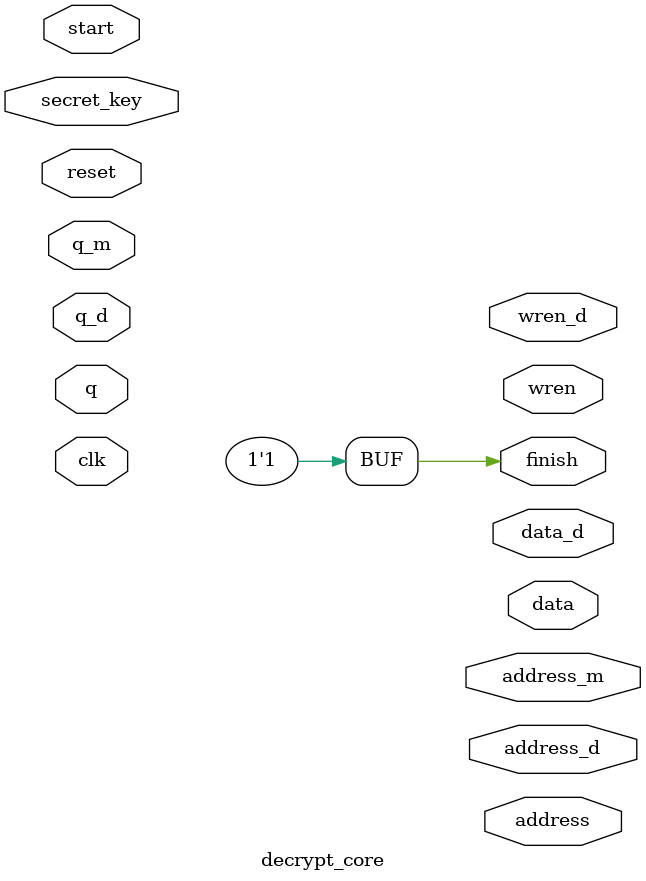
<source format=sv>
module decrypt_core(
    input clk,
    input start, reset,
    input [23:0] secret_key,
    
    output logic finish,

    //working memory RAM
    input [7:0] q,
    output logic wren,
    output logic [7:0] data, address,

    //decrypted message RAM
    input [7:0] q_d,
    output logic wren_d,
    output logic [7:0] data_d,
    output logic [4:0] address_d,

    //encrypted message ROM
    input [7:0] q_m,
    output logic [4:0] address_m
);

    //FSM and algorithim parameters
    logic start_initialize, start_decode;
    logic finish_initialize, finish_decode;
    logic [3:0] state;
    logic [1:0] FSM_select;

    logic wren_initialize, wren_decode;
    logic [7:0] address_initialize, data_initialize, address_decode, data_decode;

    parameter idle                      = 4'b0000;
    parameter start_initialize_memory   = 4'b0001;
    parameter wait_initialize_memory    = 4'b0010;
    parameter start_decode_algorithm    = 4'b0011;
    parameter wait_decode_algorithm     = 4'b0100;

    //initialize memory FSM
    initialize_memory initialize_memory(
        //inputs
        .start(start_initialize), .clk(clk),
        //outputs
        .finish(finish_initialize), .wren(wren_initialize), .address(address_initialize), .data(data_initialize)
    );

    //decode algorithm FSM
    /*decode_algorithm decode_algorithm(
        //inputs
        .start(start_decode), .clk(clk), .q(q), .secret_key(secret_key),
        //outputs
        .finish(finish_decode), .wren(wren_decode), .address(address_decode), .data(data_decode)
    );*/
    //BroKen
    /*always_comb begin
        //initialize memory
        if(FSM_select) begin
            wren = wren_decode;
            address = address_decode;
            data = data_decode;
            
        end
        //decode algorithm
        else begin
            wren = wren_initialize;
            address = address_initialize;
            data = data_initialize;    
        end
    end*/

    initial begin
        state = idle;
        finish = 1;
    end

    //part 2a, basic decode algorithm
    always_ff @(posedge clk) begin
        case (state)
            //wait for start signal (KEY_0)
            idle: begin
                if (reset) begin
                    start_initialize <= 1;
                    FSM_select <= 0;
                    state <= start_initialize_memory;
                end
                else if (start) begin
                    start_decode <= 1;
                    FSM_select <= 1;
                    state <= start_decode_algorithm;
                end
                else state <= idle;
            end

            start_initialize_memory: begin
                start_initialize <= 0;
                state <= wait_initialize_memory;
            end

            wait_initialize_memory: begin
                if(finish_initialize) state <= idle;
                else state <= wait_initialize_memory;
            end

            start_decode_algorithm: begin
                start_decode <= 0;
                state <= wait_decode_algorithm;
            end

            wait_decode_algorithm: begin
                if(finish_decode) state <= idle;
                else state <= wait_decode_algorithm;
            end

        endcase
    end
endmodule

</source>
